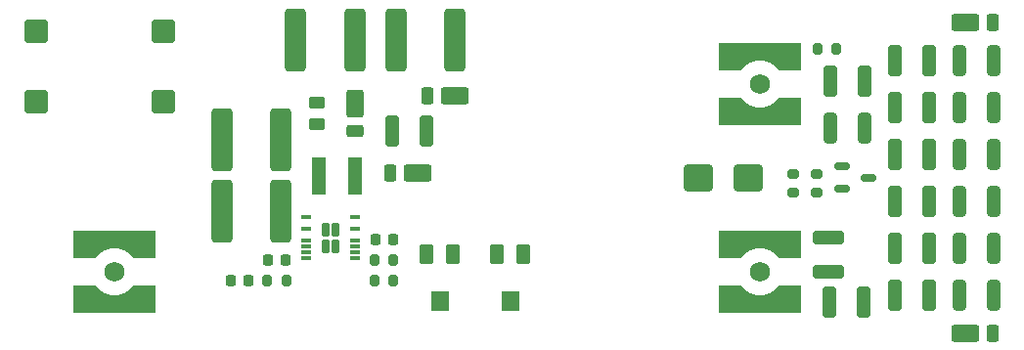
<source format=gbr>
%TF.GenerationSoftware,KiCad,Pcbnew,9.0.4*%
%TF.CreationDate,2025-09-18T09:53:14-07:00*%
%TF.ProjectId,bigpulse,62696770-756c-4736-952e-6b696361645f,rev?*%
%TF.SameCoordinates,Original*%
%TF.FileFunction,Paste,Top*%
%TF.FilePolarity,Positive*%
%FSLAX46Y46*%
G04 Gerber Fmt 4.6, Leading zero omitted, Abs format (unit mm)*
G04 Created by KiCad (PCBNEW 9.0.4) date 2025-09-18 09:53:14*
%MOMM*%
%LPD*%
G01*
G04 APERTURE LIST*
G04 Aperture macros list*
%AMRoundRect*
0 Rectangle with rounded corners*
0 $1 Rounding radius*
0 $2 $3 $4 $5 $6 $7 $8 $9 X,Y pos of 4 corners*
0 Add a 4 corners polygon primitive as box body*
4,1,4,$2,$3,$4,$5,$6,$7,$8,$9,$2,$3,0*
0 Add four circle primitives for the rounded corners*
1,1,$1+$1,$2,$3*
1,1,$1+$1,$4,$5*
1,1,$1+$1,$6,$7*
1,1,$1+$1,$8,$9*
0 Add four rect primitives between the rounded corners*
20,1,$1+$1,$2,$3,$4,$5,0*
20,1,$1+$1,$4,$5,$6,$7,0*
20,1,$1+$1,$6,$7,$8,$9,0*
20,1,$1+$1,$8,$9,$2,$3,0*%
%AMFreePoly0*
4,1,25,-1.500000,1.420000,-1.360000,1.280000,-1.205000,1.155000,-1.035000,1.045000,-0.860000,0.950000,-0.675000,0.875000,-0.480000,0.820000,-0.280000,0.780000,-0.085000,0.765000,0.085000,0.765000,0.280000,0.780000,0.480000,0.820000,0.675000,0.875000,0.860000,0.950000,1.035000,1.045000,1.205000,1.155000,1.360000,1.280000,1.500000,1.420000,1.645000,1.595000,3.555000,1.595000,
3.555000,-0.755000,-3.555000,-0.755000,-3.555000,1.595000,-1.645000,1.595000,-1.500000,1.420000,-1.500000,1.420000,$1*%
G04 Aperture macros list end*
%ADD10RoundRect,0.150000X-0.512500X-0.150000X0.512500X-0.150000X0.512500X0.150000X-0.512500X0.150000X0*%
%ADD11RoundRect,0.250000X0.325000X1.100000X-0.325000X1.100000X-0.325000X-1.100000X0.325000X-1.100000X0*%
%ADD12RoundRect,0.250000X-0.325000X-1.100000X0.325000X-1.100000X0.325000X1.100000X-0.325000X1.100000X0*%
%ADD13RoundRect,0.200000X-0.200000X-0.275000X0.200000X-0.275000X0.200000X0.275000X-0.200000X0.275000X0*%
%ADD14RoundRect,0.250000X-0.650000X-2.450000X0.650000X-2.450000X0.650000X2.450000X-0.650000X2.450000X0*%
%ADD15RoundRect,0.250000X-0.312500X-1.075000X0.312500X-1.075000X0.312500X1.075000X-0.312500X1.075000X0*%
%ADD16RoundRect,0.225000X0.225000X0.250000X-0.225000X0.250000X-0.225000X-0.250000X0.225000X-0.250000X0*%
%ADD17RoundRect,0.250000X0.650000X2.450000X-0.650000X2.450000X-0.650000X-2.450000X0.650000X-2.450000X0*%
%ADD18RoundRect,0.250000X0.750000X0.750000X-0.750000X0.750000X-0.750000X-0.750000X0.750000X-0.750000X0*%
%ADD19RoundRect,0.250000X-0.350000X-0.625000X0.350000X-0.625000X0.350000X0.625000X-0.350000X0.625000X0*%
%ADD20RoundRect,0.250000X-0.550000X-0.625000X0.550000X-0.625000X0.550000X0.625000X-0.550000X0.625000X0*%
%ADD21RoundRect,0.253000X-0.347000X-0.622000X0.347000X-0.622000X0.347000X0.622000X-0.347000X0.622000X0*%
%ADD22RoundRect,0.200000X0.200000X0.275000X-0.200000X0.275000X-0.200000X-0.275000X0.200000X-0.275000X0*%
%ADD23RoundRect,0.250000X1.000000X0.900000X-1.000000X0.900000X-1.000000X-0.900000X1.000000X-0.900000X0*%
%ADD24RoundRect,0.172500X-0.172500X-0.422500X0.172500X-0.422500X0.172500X0.422500X-0.172500X0.422500X0*%
%ADD25RoundRect,0.076250X-0.368250X-0.076250X0.368250X-0.076250X0.368250X0.076250X-0.368250X0.076250X0*%
%ADD26C,1.730000*%
%ADD27FreePoly0,0.000000*%
%ADD28FreePoly0,180.000000*%
%ADD29RoundRect,0.250000X0.950000X0.500000X-0.950000X0.500000X-0.950000X-0.500000X0.950000X-0.500000X0*%
%ADD30RoundRect,0.250000X0.275000X0.500000X-0.275000X0.500000X-0.275000X-0.500000X0.275000X-0.500000X0*%
%ADD31RoundRect,0.200000X-0.275000X0.200000X-0.275000X-0.200000X0.275000X-0.200000X0.275000X0.200000X0*%
%ADD32RoundRect,0.250000X-0.950000X-0.500000X0.950000X-0.500000X0.950000X0.500000X-0.950000X0.500000X0*%
%ADD33RoundRect,0.250000X-0.275000X-0.500000X0.275000X-0.500000X0.275000X0.500000X-0.275000X0.500000X0*%
%ADD34RoundRect,0.250000X0.450000X-0.262500X0.450000X0.262500X-0.450000X0.262500X-0.450000X-0.262500X0*%
%ADD35RoundRect,0.200000X0.275000X-0.200000X0.275000X0.200000X-0.275000X0.200000X-0.275000X-0.200000X0*%
%ADD36RoundRect,0.250000X1.100000X-0.325000X1.100000X0.325000X-1.100000X0.325000X-1.100000X-0.325000X0*%
%ADD37R,1.200000X3.300000*%
%ADD38RoundRect,0.250000X0.500000X-0.950000X0.500000X0.950000X-0.500000X0.950000X-0.500000X-0.950000X0*%
%ADD39RoundRect,0.250000X0.500000X-0.275000X0.500000X0.275000X-0.500000X0.275000X-0.500000X-0.275000X0*%
%ADD40RoundRect,0.225000X-0.225000X-0.250000X0.225000X-0.250000X0.225000X0.250000X-0.225000X0.250000X0*%
G04 APERTURE END LIST*
D10*
%TO.C,Q1*%
X211587500Y-100650000D03*
X211587500Y-102550000D03*
X213862500Y-101600000D03*
%TD*%
D11*
%TO.C,C13*%
X213438000Y-112395000D03*
X210488000Y-112395000D03*
%TD*%
D12*
%TO.C,C1*%
X210615000Y-93218000D03*
X213565000Y-93218000D03*
%TD*%
D13*
%TO.C,R14*%
X209474800Y-90424000D03*
X211124800Y-90424000D03*
%TD*%
%TO.C,R23*%
X171133000Y-108712000D03*
X172783000Y-108712000D03*
%TD*%
D14*
%TO.C,C20*%
X172964000Y-89662000D03*
X178064000Y-89662000D03*
%TD*%
D15*
%TO.C,R6*%
X221803500Y-107696000D03*
X224728500Y-107696000D03*
%TD*%
D16*
%TO.C,C16*%
X163462000Y-108712000D03*
X161912000Y-108712000D03*
%TD*%
D12*
%TO.C,C6*%
X216203000Y-107696000D03*
X219153000Y-107696000D03*
%TD*%
D15*
%TO.C,R4*%
X221803500Y-99568000D03*
X224728500Y-99568000D03*
%TD*%
D17*
%TO.C,C18*%
X163014000Y-104521000D03*
X157914000Y-104521000D03*
%TD*%
D15*
%TO.C,R7*%
X221803500Y-111760000D03*
X224728500Y-111760000D03*
%TD*%
%TO.C,R3*%
X221803500Y-95504000D03*
X224728500Y-95504000D03*
%TD*%
D18*
%TO.C,J2*%
X152820000Y-95050000D03*
X152820000Y-88900000D03*
X141820000Y-88900000D03*
X141820000Y-95050000D03*
%TD*%
D19*
%TO.C,RV2*%
X181730000Y-108211000D03*
D20*
X182880000Y-112261000D03*
D21*
X184030000Y-108211000D03*
%TD*%
D22*
%TO.C,R24*%
X163512000Y-110490000D03*
X161862000Y-110490000D03*
%TD*%
D23*
%TO.C,D1*%
X203445000Y-101600000D03*
X199145000Y-101600000D03*
%TD*%
D24*
%TO.C,U1*%
X166904500Y-106097000D03*
X166904500Y-107517000D03*
X167734500Y-106097000D03*
X167734500Y-107517000D03*
D25*
X165214000Y-105057000D03*
X165214000Y-106057000D03*
X165214000Y-107057000D03*
X165214000Y-107557000D03*
X165214000Y-108057000D03*
X165214000Y-108557000D03*
X169425000Y-108557000D03*
X169425000Y-108057000D03*
X169425000Y-107557000D03*
X169425000Y-107057000D03*
X169425000Y-106057000D03*
X169425000Y-105057000D03*
%TD*%
D26*
%TO.C,TP2*%
X204470000Y-109728000D03*
D27*
X204470000Y-112528000D03*
D28*
X204470000Y-106928000D03*
%TD*%
D19*
%TO.C,RV1*%
X175634000Y-108211000D03*
D20*
X176784000Y-112261000D03*
D21*
X177934000Y-108211000D03*
%TD*%
D29*
%TO.C,D3*%
X222289000Y-88138000D03*
D30*
X224664000Y-88138000D03*
%TD*%
D12*
%TO.C,C2*%
X216203000Y-91440000D03*
X219153000Y-91440000D03*
%TD*%
D15*
%TO.C,R5*%
X221803500Y-103632000D03*
X224728500Y-103632000D03*
%TD*%
D31*
%TO.C,R18*%
X209423000Y-101283000D03*
X209423000Y-102933000D03*
%TD*%
D26*
%TO.C,J1*%
X148590000Y-109728000D03*
D28*
X148590000Y-106928000D03*
D27*
X148590000Y-112528000D03*
%TD*%
D12*
%TO.C,C5*%
X216203000Y-103632000D03*
X219153000Y-103632000D03*
%TD*%
D32*
%TO.C,D5*%
X174840000Y-101219000D03*
D33*
X172465000Y-101219000D03*
%TD*%
D34*
%TO.C,R26*%
X166116000Y-96948000D03*
X166116000Y-95123000D03*
%TD*%
D12*
%TO.C,C3*%
X216203000Y-95504000D03*
X219153000Y-95504000D03*
%TD*%
%TO.C,C7*%
X216203000Y-111760000D03*
X219153000Y-111760000D03*
%TD*%
D16*
%TO.C,C15*%
X160223000Y-110490000D03*
X158673000Y-110490000D03*
%TD*%
D15*
%TO.C,R1*%
X210627500Y-97282000D03*
X213552500Y-97282000D03*
%TD*%
D14*
%TO.C,C21*%
X164318000Y-89662000D03*
X169418000Y-89662000D03*
%TD*%
D35*
%TO.C,R15*%
X207391000Y-102933000D03*
X207391000Y-101283000D03*
%TD*%
D29*
%TO.C,D2*%
X222288000Y-115062000D03*
D30*
X224663000Y-115062000D03*
%TD*%
D12*
%TO.C,C4*%
X216203000Y-99568000D03*
X219153000Y-99568000D03*
%TD*%
D36*
%TO.C,C8*%
X210439000Y-109728000D03*
X210439000Y-106778000D03*
%TD*%
D17*
%TO.C,C17*%
X163014000Y-98298000D03*
X157914000Y-98298000D03*
%TD*%
D12*
%TO.C,C19*%
X172691000Y-97536000D03*
X175641000Y-97536000D03*
%TD*%
D37*
%TO.C,L1*%
X166318000Y-101473000D03*
X169418000Y-101473000D03*
%TD*%
D38*
%TO.C,D4*%
X169418000Y-95161000D03*
D39*
X169418000Y-97536000D03*
%TD*%
D40*
%TO.C,C14*%
X171183000Y-106934000D03*
X172733000Y-106934000D03*
%TD*%
D32*
%TO.C,D6*%
X178054000Y-94488000D03*
D33*
X175679000Y-94488000D03*
%TD*%
D13*
%TO.C,R25*%
X171133000Y-110490000D03*
X172783000Y-110490000D03*
%TD*%
D15*
%TO.C,R2*%
X221803500Y-91440000D03*
X224728500Y-91440000D03*
%TD*%
D26*
%TO.C,TP1*%
X204470000Y-93472000D03*
D28*
X204470000Y-90672000D03*
D27*
X204470000Y-96272000D03*
%TD*%
M02*

</source>
